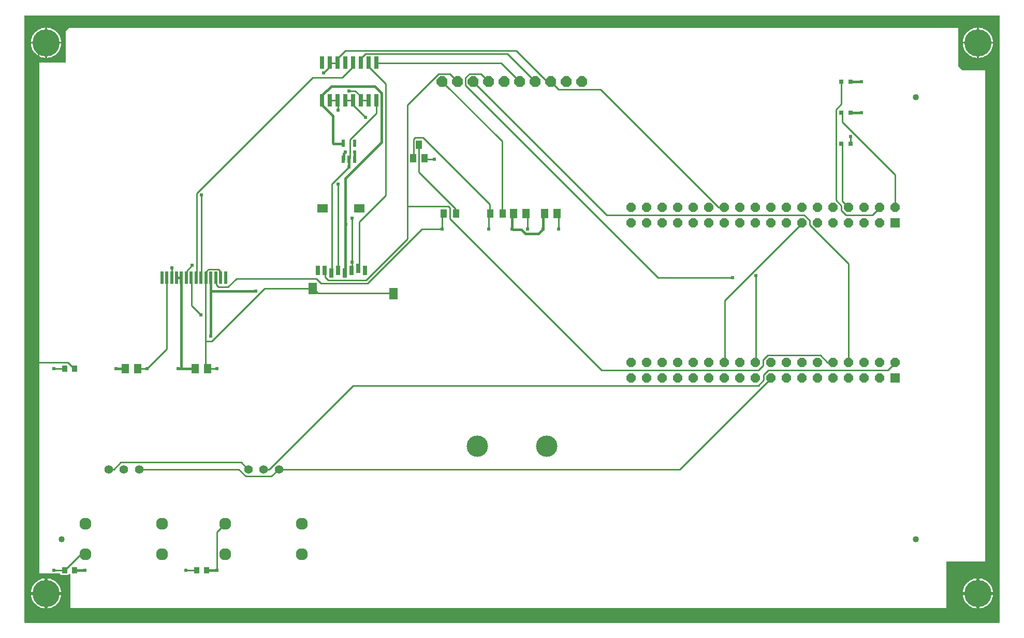
<source format=gbr>
G04 EAGLE Gerber RS-274X export*
G75*
%MOMM*%
%FSLAX34Y34*%
%LPD*%
%INTop Copper*%
%IPPOS*%
%AMOC8*
5,1,8,0,0,1.08239X$1,22.5*%
G01*
%ADD10R,1.524000X1.524000*%
%ADD11P,1.649562X8X202.500000*%
%ADD12R,0.800000X0.800000*%
%ADD13C,1.400000*%
%ADD14C,1.960000*%
%ADD15R,0.949959X1.031241*%
%ADD16C,3.500000*%
%ADD17R,0.500000X2.000000*%
%ADD18R,0.660400X2.032000*%
%ADD19R,1.400000X1.900000*%
%ADD20R,1.800000X1.400000*%
%ADD21R,0.700000X1.500000*%
%ADD22R,0.550000X1.200000*%
%ADD23R,1.100000X1.400000*%
%ADD24R,1.000000X1.400000*%
%ADD25R,1.300000X1.600000*%
%ADD26P,1.924489X8X112.500000*%
%ADD27C,1.016000*%
%ADD28C,4.445000*%
%ADD29C,0.254000*%
%ADD30C,0.609600*%
%ADD31C,0.406400*%

G36*
X1597456Y996718D02*
X1597456Y996718D01*
X1597458Y996737D01*
X1597436Y996839D01*
X1597420Y996941D01*
X1597410Y996958D01*
X1597406Y996978D01*
X1597353Y997067D01*
X1597304Y997158D01*
X1597290Y997172D01*
X1597280Y997189D01*
X1597201Y997256D01*
X1597126Y997328D01*
X1597108Y997336D01*
X1597093Y997349D01*
X1596997Y997388D01*
X1596903Y997431D01*
X1596883Y997433D01*
X1596865Y997441D01*
X1596698Y997459D01*
X3302Y997459D01*
X3282Y997456D01*
X3263Y997458D01*
X3161Y997436D01*
X3059Y997420D01*
X3042Y997410D01*
X3022Y997406D01*
X2933Y997353D01*
X2842Y997304D01*
X2828Y997290D01*
X2811Y997280D01*
X2744Y997201D01*
X2672Y997126D01*
X2664Y997108D01*
X2651Y997093D01*
X2612Y996997D01*
X2569Y996903D01*
X2567Y996883D01*
X2559Y996865D01*
X2541Y996698D01*
X2541Y3810D01*
X2556Y3692D01*
X2563Y3573D01*
X2576Y3535D01*
X2581Y3494D01*
X2624Y3384D01*
X2661Y3271D01*
X2683Y3236D01*
X2698Y3199D01*
X2767Y3103D01*
X2831Y3002D01*
X2861Y2974D01*
X2884Y2941D01*
X2976Y2865D01*
X3063Y2784D01*
X3098Y2764D01*
X3129Y2739D01*
X3237Y2688D01*
X3341Y2630D01*
X3381Y2620D01*
X3417Y2603D01*
X3534Y2581D01*
X3649Y2551D01*
X3709Y2547D01*
X3729Y2543D01*
X3750Y2545D01*
X3810Y2541D01*
X1596190Y2541D01*
X1596308Y2556D01*
X1596427Y2563D01*
X1596465Y2576D01*
X1596506Y2581D01*
X1596616Y2624D01*
X1596729Y2661D01*
X1596764Y2683D01*
X1596801Y2698D01*
X1596897Y2767D01*
X1596998Y2831D01*
X1597026Y2861D01*
X1597059Y2884D01*
X1597135Y2976D01*
X1597216Y3063D01*
X1597236Y3098D01*
X1597261Y3129D01*
X1597312Y3237D01*
X1597370Y3341D01*
X1597380Y3381D01*
X1597397Y3417D01*
X1597419Y3534D01*
X1597449Y3649D01*
X1597453Y3709D01*
X1597457Y3729D01*
X1597455Y3750D01*
X1597459Y3810D01*
X1597459Y996698D01*
X1597456Y996718D01*
G37*
%LPC*%
G36*
X77469Y26669D02*
X77469Y26669D01*
X77469Y81607D01*
X77454Y81725D01*
X77447Y81844D01*
X77441Y81863D01*
X77439Y81883D01*
X77432Y81902D01*
X77429Y81922D01*
X77386Y82033D01*
X77349Y82146D01*
X77338Y82164D01*
X77331Y82183D01*
X77320Y82199D01*
X77312Y82218D01*
X77243Y82314D01*
X77179Y82415D01*
X77164Y82429D01*
X77153Y82446D01*
X77138Y82459D01*
X77126Y82475D01*
X77034Y82551D01*
X76947Y82633D01*
X76929Y82643D01*
X76914Y82656D01*
X76896Y82665D01*
X76881Y82678D01*
X76773Y82729D01*
X76669Y82786D01*
X76649Y82792D01*
X76631Y82801D01*
X76611Y82805D01*
X76593Y82814D01*
X76476Y82836D01*
X76361Y82866D01*
X76333Y82868D01*
X76321Y82870D01*
X76300Y82870D01*
X76281Y82874D01*
X76260Y82872D01*
X76200Y82876D01*
X76102Y82864D01*
X76003Y82861D01*
X75983Y82855D01*
X75963Y82854D01*
X75925Y82841D01*
X75884Y82836D01*
X75792Y82800D01*
X75697Y82772D01*
X75680Y82762D01*
X75661Y82756D01*
X75626Y82734D01*
X75589Y82719D01*
X75509Y82661D01*
X75423Y82611D01*
X75402Y82592D01*
X75392Y82586D01*
X75378Y82571D01*
X75348Y82544D01*
X75331Y82532D01*
X75324Y82523D01*
X75302Y82504D01*
X74001Y81203D01*
X62397Y81203D01*
X60891Y82709D01*
X60886Y82787D01*
X60874Y82825D01*
X60869Y82866D01*
X60825Y82976D01*
X60788Y83089D01*
X60766Y83124D01*
X60752Y83161D01*
X60682Y83257D01*
X60618Y83358D01*
X60589Y83386D01*
X60565Y83419D01*
X60473Y83495D01*
X60386Y83576D01*
X60351Y83596D01*
X60320Y83621D01*
X60212Y83672D01*
X60108Y83730D01*
X60069Y83740D01*
X60032Y83757D01*
X59915Y83779D01*
X59800Y83809D01*
X59740Y83813D01*
X59720Y83817D01*
X59699Y83815D01*
X59639Y83819D01*
X53390Y83819D01*
X53381Y83818D01*
X53372Y83819D01*
X53223Y83798D01*
X53075Y83779D01*
X53066Y83776D01*
X53057Y83775D01*
X52905Y83723D01*
X51912Y83311D01*
X49688Y83311D01*
X48695Y83723D01*
X48686Y83725D01*
X48678Y83730D01*
X48534Y83767D01*
X48389Y83807D01*
X48379Y83807D01*
X48370Y83809D01*
X48210Y83819D01*
X26669Y83819D01*
X26669Y495300D01*
X26654Y495418D01*
X26647Y495537D01*
X26634Y495575D01*
X26629Y495616D01*
X26586Y495726D01*
X26549Y495839D01*
X26527Y495874D01*
X26512Y495911D01*
X26443Y496007D01*
X26379Y496108D01*
X26349Y496136D01*
X26326Y496169D01*
X26234Y496245D01*
X26161Y496313D01*
X26161Y919989D01*
X69850Y919989D01*
X69870Y919992D01*
X69889Y919990D01*
X69991Y920012D01*
X70093Y920029D01*
X70110Y920038D01*
X70130Y920042D01*
X70219Y920095D01*
X70310Y920144D01*
X70324Y920158D01*
X70341Y920168D01*
X70408Y920247D01*
X70480Y920322D01*
X70488Y920340D01*
X70501Y920355D01*
X70540Y920451D01*
X70583Y920545D01*
X70585Y920565D01*
X70593Y920583D01*
X70611Y920750D01*
X70611Y971235D01*
X76515Y977139D01*
X1529589Y977139D01*
X1529589Y914400D01*
X1529604Y914310D01*
X1529611Y914219D01*
X1529623Y914189D01*
X1529629Y914157D01*
X1529671Y914077D01*
X1529707Y913993D01*
X1529733Y913961D01*
X1529744Y913940D01*
X1529767Y913918D01*
X1529812Y913862D01*
X1536162Y907512D01*
X1536236Y907459D01*
X1536305Y907399D01*
X1536335Y907387D01*
X1536361Y907368D01*
X1536448Y907341D01*
X1536533Y907307D01*
X1536574Y907303D01*
X1536597Y907296D01*
X1536629Y907297D01*
X1536700Y907289D01*
X1574039Y907289D01*
X1574039Y496308D01*
X1573992Y496279D01*
X1573964Y496249D01*
X1573931Y496226D01*
X1573856Y496134D01*
X1573774Y496047D01*
X1573754Y496012D01*
X1573729Y495981D01*
X1573678Y495873D01*
X1573620Y495769D01*
X1573610Y495729D01*
X1573593Y495693D01*
X1573571Y495576D01*
X1573541Y495461D01*
X1573537Y495401D01*
X1573533Y495381D01*
X1573535Y495360D01*
X1573531Y495300D01*
X1573531Y102869D01*
X1511300Y102869D01*
X1511182Y102854D01*
X1511063Y102847D01*
X1511025Y102834D01*
X1510984Y102829D01*
X1510874Y102786D01*
X1510761Y102749D01*
X1510726Y102727D01*
X1510689Y102712D01*
X1510593Y102643D01*
X1510492Y102579D01*
X1510464Y102549D01*
X1510431Y102526D01*
X1510356Y102434D01*
X1510274Y102347D01*
X1510254Y102312D01*
X1510229Y102281D01*
X1510178Y102173D01*
X1510120Y102069D01*
X1510110Y102029D01*
X1510093Y101993D01*
X1510071Y101876D01*
X1510041Y101761D01*
X1510037Y101701D01*
X1510033Y101681D01*
X1510035Y101660D01*
X1510031Y101600D01*
X1510031Y26669D01*
X77469Y26669D01*
G37*
%LPD*%
%LPC*%
G36*
X1563623Y954023D02*
X1563623Y954023D01*
X1563623Y977251D01*
X1566255Y976954D01*
X1568559Y976429D01*
X1568559Y976428D01*
X1568967Y976335D01*
X1571592Y975417D01*
X1574099Y974210D01*
X1576454Y972730D01*
X1578629Y970996D01*
X1580596Y969029D01*
X1582330Y966854D01*
X1583810Y964499D01*
X1585017Y961992D01*
X1585935Y959367D01*
X1586554Y956655D01*
X1586851Y954023D01*
X1563623Y954023D01*
G37*
%LPD*%
%LPC*%
G36*
X39623Y954023D02*
X39623Y954023D01*
X39623Y977251D01*
X42255Y976954D01*
X44559Y976429D01*
X44559Y976428D01*
X44967Y976335D01*
X47592Y975417D01*
X50099Y974210D01*
X52454Y972730D01*
X54629Y970996D01*
X56596Y969029D01*
X58330Y966854D01*
X59810Y964499D01*
X61017Y961992D01*
X61935Y959367D01*
X62554Y956655D01*
X62851Y954023D01*
X39623Y954023D01*
G37*
%LPD*%
%LPC*%
G36*
X1537349Y954023D02*
X1537349Y954023D01*
X1537646Y956655D01*
X1538265Y959367D01*
X1539183Y961992D01*
X1540390Y964499D01*
X1541870Y966854D01*
X1543604Y969029D01*
X1545571Y970996D01*
X1547746Y972730D01*
X1550101Y974210D01*
X1552608Y975417D01*
X1555233Y976335D01*
X1557945Y976954D01*
X1560577Y977251D01*
X1560577Y954023D01*
X1537349Y954023D01*
G37*
%LPD*%
%LPC*%
G36*
X13349Y954023D02*
X13349Y954023D01*
X13646Y956655D01*
X14265Y959367D01*
X15183Y961992D01*
X16390Y964499D01*
X17870Y966854D01*
X19604Y969029D01*
X21571Y970996D01*
X23746Y972730D01*
X26101Y974210D01*
X28608Y975417D01*
X31233Y976335D01*
X33945Y976954D01*
X36577Y977251D01*
X36577Y954023D01*
X13349Y954023D01*
G37*
%LPD*%
%LPC*%
G36*
X39623Y950977D02*
X39623Y950977D01*
X62851Y950977D01*
X62554Y948345D01*
X61935Y945633D01*
X61017Y943008D01*
X59810Y940501D01*
X58330Y938146D01*
X56596Y935971D01*
X54629Y934004D01*
X52454Y932270D01*
X50099Y930790D01*
X47592Y929583D01*
X44967Y928665D01*
X42255Y928046D01*
X39623Y927749D01*
X39623Y950977D01*
G37*
%LPD*%
%LPC*%
G36*
X1563623Y950977D02*
X1563623Y950977D01*
X1586851Y950977D01*
X1586554Y948345D01*
X1585935Y945633D01*
X1585017Y943008D01*
X1583810Y940501D01*
X1582330Y938146D01*
X1580596Y935971D01*
X1578629Y934004D01*
X1576454Y932270D01*
X1574099Y930790D01*
X1571592Y929583D01*
X1568967Y928665D01*
X1566255Y928046D01*
X1563623Y927749D01*
X1563623Y950977D01*
G37*
%LPD*%
%LPC*%
G36*
X33945Y928046D02*
X33945Y928046D01*
X32249Y928433D01*
X31233Y928665D01*
X28608Y929583D01*
X26101Y930790D01*
X23746Y932270D01*
X21571Y934004D01*
X19604Y935971D01*
X17870Y938146D01*
X16390Y940501D01*
X15183Y943008D01*
X14265Y945633D01*
X13646Y948345D01*
X13349Y950977D01*
X36577Y950977D01*
X36577Y927749D01*
X33945Y928046D01*
G37*
%LPD*%
%LPC*%
G36*
X1557945Y928046D02*
X1557945Y928046D01*
X1556249Y928433D01*
X1555233Y928665D01*
X1552608Y929583D01*
X1550101Y930790D01*
X1547746Y932270D01*
X1545571Y934004D01*
X1543604Y935971D01*
X1541870Y938146D01*
X1540390Y940501D01*
X1539183Y943008D01*
X1538265Y945633D01*
X1537646Y948345D01*
X1537349Y950977D01*
X1560577Y950977D01*
X1560577Y927749D01*
X1557945Y928046D01*
G37*
%LPD*%
%LPC*%
G36*
X1564639Y53339D02*
X1564639Y53339D01*
X1564639Y75436D01*
X1566255Y75254D01*
X1568967Y74635D01*
X1571592Y73717D01*
X1574099Y72510D01*
X1576454Y71030D01*
X1578629Y69295D01*
X1580595Y67329D01*
X1582330Y65154D01*
X1583810Y62799D01*
X1585017Y60292D01*
X1585935Y57667D01*
X1586554Y54955D01*
X1586736Y53339D01*
X1564639Y53339D01*
G37*
%LPD*%
%LPC*%
G36*
X40639Y53339D02*
X40639Y53339D01*
X40639Y75436D01*
X42255Y75254D01*
X44967Y74635D01*
X47592Y73717D01*
X50099Y72510D01*
X52454Y71030D01*
X54629Y69295D01*
X56595Y67329D01*
X58330Y65154D01*
X59810Y62799D01*
X61017Y60292D01*
X61935Y57667D01*
X62554Y54955D01*
X62736Y53339D01*
X40639Y53339D01*
G37*
%LPD*%
%LPC*%
G36*
X1537464Y53339D02*
X1537464Y53339D01*
X1537646Y54955D01*
X1538265Y57667D01*
X1539183Y60292D01*
X1540390Y62799D01*
X1541870Y65154D01*
X1543605Y67329D01*
X1545571Y69295D01*
X1547746Y71030D01*
X1550101Y72510D01*
X1552608Y73717D01*
X1555233Y74635D01*
X1557945Y75254D01*
X1559561Y75436D01*
X1559561Y53339D01*
X1537464Y53339D01*
G37*
%LPD*%
%LPC*%
G36*
X13464Y53339D02*
X13464Y53339D01*
X13646Y54955D01*
X14265Y57667D01*
X15183Y60292D01*
X16390Y62799D01*
X17870Y65154D01*
X19605Y67329D01*
X21571Y69295D01*
X23746Y71030D01*
X26101Y72510D01*
X28608Y73717D01*
X31233Y74635D01*
X33945Y75254D01*
X35561Y75436D01*
X35561Y53339D01*
X13464Y53339D01*
G37*
%LPD*%
%LPC*%
G36*
X1564639Y48261D02*
X1564639Y48261D01*
X1586736Y48261D01*
X1586554Y46645D01*
X1585935Y43933D01*
X1585017Y41308D01*
X1583810Y38801D01*
X1582330Y36446D01*
X1580595Y34271D01*
X1578629Y32305D01*
X1576454Y30570D01*
X1574099Y29090D01*
X1571592Y27883D01*
X1568967Y26965D01*
X1566255Y26346D01*
X1564639Y26164D01*
X1564639Y48261D01*
G37*
%LPD*%
%LPC*%
G36*
X40639Y48261D02*
X40639Y48261D01*
X62736Y48261D01*
X62554Y46645D01*
X61935Y43933D01*
X61017Y41308D01*
X59810Y38801D01*
X58330Y36446D01*
X56595Y34271D01*
X54629Y32305D01*
X52454Y30570D01*
X50099Y29090D01*
X47592Y27883D01*
X44967Y26965D01*
X42255Y26346D01*
X40639Y26164D01*
X40639Y48261D01*
G37*
%LPD*%
%LPC*%
G36*
X33945Y26346D02*
X33945Y26346D01*
X31233Y26965D01*
X28608Y27883D01*
X26101Y29090D01*
X23746Y30570D01*
X21571Y32305D01*
X19605Y34271D01*
X17870Y36446D01*
X16390Y38801D01*
X15183Y41308D01*
X14265Y43933D01*
X13646Y46645D01*
X13464Y48261D01*
X35561Y48261D01*
X35561Y26164D01*
X33945Y26346D01*
G37*
%LPD*%
%LPC*%
G36*
X1557945Y26346D02*
X1557945Y26346D01*
X1555233Y26965D01*
X1552608Y27883D01*
X1550101Y29090D01*
X1547746Y30570D01*
X1545571Y32305D01*
X1543605Y34271D01*
X1541870Y36446D01*
X1540390Y38801D01*
X1539183Y41308D01*
X1538265Y43933D01*
X1537646Y46645D01*
X1537464Y48261D01*
X1559561Y48261D01*
X1559561Y26164D01*
X1557945Y26346D01*
G37*
%LPD*%
%LPC*%
G36*
X38099Y952499D02*
X38099Y952499D01*
X38099Y952501D01*
X38101Y952501D01*
X38101Y952499D01*
X38099Y952499D01*
G37*
%LPD*%
%LPC*%
G36*
X1562099Y952499D02*
X1562099Y952499D01*
X1562099Y952501D01*
X1562101Y952501D01*
X1562101Y952499D01*
X1562099Y952499D01*
G37*
%LPD*%
%LPC*%
G36*
X38099Y50799D02*
X38099Y50799D01*
X38099Y50801D01*
X38101Y50801D01*
X38101Y50799D01*
X38099Y50799D01*
G37*
%LPD*%
%LPC*%
G36*
X1562099Y50799D02*
X1562099Y50799D01*
X1562099Y50801D01*
X1562101Y50801D01*
X1562101Y50799D01*
X1562099Y50799D01*
G37*
%LPD*%
D10*
X1426800Y403600D03*
D11*
X1426800Y429000D03*
X1401400Y403600D03*
X1401400Y429000D03*
X1376000Y403600D03*
X1376000Y429000D03*
X1350600Y403600D03*
X1350600Y429000D03*
X1325200Y403600D03*
X1325200Y429000D03*
X1299800Y403600D03*
X1299800Y429000D03*
X1274400Y403600D03*
X1274400Y429000D03*
X1249000Y403600D03*
X1249000Y429000D03*
X1223600Y403600D03*
X1223600Y429000D03*
X1198200Y403600D03*
X1198200Y429000D03*
X1172800Y403600D03*
X1172800Y429000D03*
X1147400Y403600D03*
X1147400Y429000D03*
X1122000Y403600D03*
X1122000Y429000D03*
X1096600Y403600D03*
X1096600Y429000D03*
X1071200Y403600D03*
X1071200Y429000D03*
X1045800Y403600D03*
X1045800Y429000D03*
X1020400Y403600D03*
X1020400Y429000D03*
X995000Y403600D03*
X995000Y429000D03*
D10*
X1426800Y657600D03*
D11*
X1426800Y683000D03*
X1401400Y657600D03*
X1401400Y683000D03*
X1376000Y657600D03*
X1376000Y683000D03*
X1350600Y657600D03*
X1350600Y683000D03*
X1325200Y657600D03*
X1325200Y683000D03*
X1299800Y657600D03*
X1299800Y683000D03*
X1274400Y657600D03*
X1274400Y683000D03*
X1249000Y657600D03*
X1249000Y683000D03*
X1223600Y657600D03*
X1223600Y683000D03*
X1198200Y657600D03*
X1198200Y683000D03*
X1172800Y657600D03*
X1172800Y683000D03*
X1147400Y657600D03*
X1147400Y683000D03*
X1122000Y657600D03*
X1122000Y683000D03*
X1096600Y657600D03*
X1096600Y683000D03*
X1071200Y657600D03*
X1071200Y683000D03*
X1045800Y657600D03*
X1045800Y683000D03*
X1020400Y657600D03*
X1020400Y683000D03*
X995000Y657600D03*
X995000Y683000D03*
D12*
X1338700Y889000D03*
X1353700Y889000D03*
X1338700Y838200D03*
X1353700Y838200D03*
X1338700Y787400D03*
X1353700Y787400D03*
D13*
X368700Y254000D03*
X393700Y254000D03*
X418700Y254000D03*
X140100Y254000D03*
X165100Y254000D03*
X190100Y254000D03*
D14*
X456200Y164700D03*
X456200Y114700D03*
X331200Y114700D03*
X331200Y164700D03*
X227600Y164700D03*
X227600Y114700D03*
X102600Y114700D03*
X102600Y164700D03*
D15*
X284099Y88900D03*
X300101Y88900D03*
X68199Y88900D03*
X84201Y88900D03*
D16*
X857100Y292100D03*
X743100Y292100D03*
D17*
X235400Y567500D03*
X243400Y567500D03*
X251400Y567500D03*
X259400Y567500D03*
X267400Y567500D03*
X275400Y567500D03*
X283400Y567500D03*
X291400Y567500D03*
X299400Y567500D03*
X307400Y567500D03*
X315400Y567500D03*
X323400Y567500D03*
X331400Y567500D03*
X227400Y567500D03*
D18*
X488950Y858266D03*
X488950Y919734D03*
X501650Y858266D03*
X514350Y858266D03*
X501650Y919734D03*
X514350Y919734D03*
X527050Y858266D03*
X527050Y919734D03*
X539750Y858266D03*
X539750Y919734D03*
X552450Y858266D03*
X565150Y858266D03*
X552450Y919734D03*
X565150Y919734D03*
X577850Y858266D03*
X577850Y919734D03*
D19*
X473900Y550400D03*
X605900Y541400D03*
D20*
X489900Y681400D03*
X549900Y681400D03*
D21*
X482900Y579400D03*
X493900Y579400D03*
X504900Y575400D03*
X515900Y579400D03*
X526900Y575400D03*
X537900Y579400D03*
X548900Y583400D03*
X559900Y579400D03*
D22*
X523900Y761700D03*
X533400Y761700D03*
X542900Y761700D03*
X542900Y787700D03*
X523900Y787700D03*
D23*
X688500Y673100D03*
X708500Y673100D03*
D24*
X647700Y785700D03*
X657200Y763700D03*
X638200Y763700D03*
D23*
X764700Y673100D03*
X784700Y673100D03*
D25*
X167800Y419100D03*
X187800Y419100D03*
X282100Y419100D03*
X302100Y419100D03*
X802800Y673100D03*
X822800Y673100D03*
X853600Y673100D03*
X873600Y673100D03*
D26*
X685800Y889000D03*
X711200Y889000D03*
X736600Y889000D03*
X762000Y889000D03*
X787400Y889000D03*
X812800Y889000D03*
X838200Y889000D03*
X863600Y889000D03*
X889000Y889000D03*
X914400Y889000D03*
D27*
X1460500Y139700D03*
X1460500Y863600D03*
X63500Y139700D03*
D15*
X68199Y419100D03*
X84201Y419100D03*
D28*
X38100Y50800D03*
X1562100Y50800D03*
X1562100Y952500D03*
X38100Y952500D03*
D29*
X187800Y419100D02*
X203200Y419100D01*
D30*
X203200Y419100D03*
D29*
X302100Y419100D02*
X317500Y419100D01*
D30*
X317500Y419100D03*
D29*
X873600Y673100D02*
X876300Y670400D01*
X876300Y647700D01*
D30*
X876300Y647700D03*
D29*
X825500Y670400D02*
X822800Y673100D01*
X825500Y670400D02*
X825500Y647700D01*
D30*
X825500Y647700D03*
D29*
X658900Y762000D02*
X657200Y763700D01*
X658900Y762000D02*
X673100Y762000D01*
D30*
X673100Y762000D03*
D31*
X533400Y761700D02*
X533400Y749300D01*
D30*
X533400Y749300D03*
D31*
X1353700Y889000D02*
X1371600Y889000D01*
D30*
X1371600Y889000D03*
D31*
X1371600Y838200D02*
X1353700Y838200D01*
D30*
X1371600Y838200D03*
D29*
X68199Y419100D02*
X50800Y419100D01*
D30*
X50800Y419100D03*
D29*
X482600Y542290D02*
X605790Y542290D01*
X482600Y542290D02*
X474980Y549910D01*
X605790Y542290D02*
X605900Y541400D01*
X474980Y549910D02*
X473900Y550400D01*
X299720Y567690D02*
X299720Y577850D01*
X303530Y581660D01*
X320040Y581660D01*
X322580Y579120D01*
X322580Y567690D01*
X299720Y567690D02*
X299400Y567500D01*
X322580Y567690D02*
X323400Y567500D01*
X1353820Y787400D02*
X1353820Y798830D01*
X1353820Y787400D02*
X1353700Y787400D01*
X505460Y721360D02*
X505460Y576580D01*
X505460Y721360D02*
X533400Y749300D01*
X505460Y576580D02*
X504900Y575400D01*
X234950Y566420D02*
X234950Y450850D01*
X203200Y419100D01*
X234950Y566420D02*
X235400Y567500D01*
X577850Y836930D02*
X577850Y858266D01*
X577850Y836930D02*
X534670Y793750D01*
X534670Y763270D01*
X533400Y761700D01*
X298450Y463550D02*
X298450Y421640D01*
X298450Y463550D02*
X298450Y566420D01*
X298450Y421640D02*
X300990Y419100D01*
X298450Y566420D02*
X299400Y567500D01*
X300990Y419100D02*
X302100Y419100D01*
X394970Y549910D02*
X473710Y549910D01*
X394970Y549910D02*
X308610Y463550D01*
X298450Y463550D01*
X473710Y549910D02*
X473900Y550400D01*
D30*
X1353820Y798830D03*
D29*
X1148080Y530860D02*
X1148080Y429260D01*
X1148080Y530860D02*
X1273810Y656590D01*
X1148080Y429260D02*
X1147400Y429000D01*
X1273810Y656590D02*
X1274400Y657600D01*
X284099Y88900D02*
X266700Y88900D01*
D30*
X266700Y88900D03*
D31*
X101600Y88900D02*
X84201Y88900D01*
D30*
X101600Y88900D03*
D31*
X259080Y419100D02*
X282100Y419100D01*
D30*
X254000Y419100D03*
D31*
X259080Y419100D01*
X800100Y670400D02*
X802800Y673100D01*
X800100Y670400D02*
X800100Y647700D01*
D30*
X800100Y647700D03*
D31*
X850900Y670400D02*
X853600Y673100D01*
X850900Y670400D02*
X850900Y647700D01*
D30*
X850900Y647700D03*
D31*
X523900Y787700D02*
X523600Y787400D01*
X508000Y787400D01*
X259080Y567690D02*
X251460Y567690D01*
X251400Y567500D01*
X259080Y567690D02*
X259400Y567500D01*
X307340Y546100D02*
X307340Y472440D01*
X307340Y546100D02*
X307340Y566420D01*
X307400Y567500D01*
X259080Y566420D02*
X259080Y419100D01*
X259080Y566420D02*
X259400Y567500D01*
X801370Y646430D02*
X815340Y646430D01*
X821690Y640080D01*
X843280Y640080D01*
X850900Y647700D01*
X801370Y646430D02*
X800100Y647700D01*
X506730Y788670D02*
X506730Y833120D01*
X488950Y850900D01*
X488950Y858266D01*
X506730Y788670D02*
X508000Y787400D01*
X527050Y730250D02*
X527050Y655320D01*
X527050Y576580D01*
X527050Y730250D02*
X586740Y789940D01*
X586740Y869950D01*
X575310Y881380D01*
X504190Y881380D01*
X490220Y867410D01*
X490220Y859790D01*
X527050Y576580D02*
X526900Y575400D01*
X488950Y858266D02*
X490220Y859790D01*
X527050Y655320D02*
X528320Y655320D01*
X381000Y546100D02*
X307340Y546100D01*
D30*
X307340Y472440D03*
X528320Y655320D03*
X381000Y546100D03*
D29*
X549910Y584200D02*
X549910Y659130D01*
X593090Y702310D01*
X593090Y885190D01*
X565150Y913130D01*
X565150Y919734D01*
X549910Y584200D02*
X548900Y583400D01*
X685800Y670400D02*
X688500Y673100D01*
X685800Y670400D02*
X685800Y647700D01*
D30*
X685800Y647700D03*
D29*
X652780Y647700D01*
X563880Y558800D01*
X487680Y558800D01*
X480060Y566420D01*
X349250Y566420D01*
X335280Y552450D01*
X320040Y552450D01*
X316230Y556260D01*
X316230Y566420D01*
X315400Y567500D01*
X647700Y740410D02*
X647700Y785700D01*
X647700Y740410D02*
X707390Y680720D01*
X707390Y673100D01*
X708500Y673100D01*
X783590Y673100D02*
X783590Y791210D01*
X685800Y889000D01*
X783590Y673100D02*
X784700Y673100D01*
X552450Y919734D02*
X552450Y927100D01*
X560070Y934720D01*
X792480Y934720D01*
X838200Y889000D01*
X284480Y706120D02*
X284480Y567690D01*
X284480Y706120D02*
X473710Y895350D01*
X521970Y895350D01*
X539750Y913130D01*
X539750Y919734D01*
X284480Y567690D02*
X283400Y567500D01*
X1137920Y683260D02*
X1146810Y683260D01*
X1137920Y683260D02*
X944880Y876300D01*
X876300Y876300D01*
X863600Y889000D01*
X1146810Y683260D02*
X1147400Y683000D01*
X292100Y703580D02*
X292100Y567690D01*
X491490Y902970D02*
X501650Y913130D01*
X501650Y919480D01*
X292100Y567690D02*
X291400Y567500D01*
X501650Y919480D02*
X514350Y919480D01*
X514350Y919734D01*
X501650Y919734D02*
X501650Y919480D01*
X857250Y889000D02*
X863600Y889000D01*
X857250Y889000D02*
X806450Y939800D01*
X527050Y939800D01*
X514350Y927100D01*
X514350Y919734D01*
D30*
X292100Y703580D03*
X491490Y902970D03*
D31*
X167800Y419100D02*
X152400Y419100D01*
D30*
X152400Y419100D03*
D31*
X524510Y762000D02*
X524510Y770890D01*
X527050Y773430D01*
X542290Y773430D02*
X542290Y762000D01*
X524510Y762000D02*
X523900Y761700D01*
X542290Y762000D02*
X542900Y761700D01*
D30*
X527050Y773430D03*
X542290Y773430D03*
D29*
X762000Y670400D02*
X764700Y673100D01*
X762000Y670400D02*
X762000Y647700D01*
D30*
X762000Y647700D03*
D29*
X638810Y764540D02*
X638810Y795020D01*
X641350Y797560D01*
X654050Y797560D01*
X763270Y688340D01*
X763270Y673100D01*
X638200Y763700D02*
X638810Y764540D01*
X763270Y673100D02*
X764700Y673100D01*
X515620Y721360D02*
X515620Y580390D01*
X515620Y842010D02*
X515620Y855980D01*
X514350Y857250D01*
X515620Y580390D02*
X515900Y579400D01*
X514350Y857250D02*
X514350Y858266D01*
X267970Y579120D02*
X267970Y567690D01*
X267970Y579120D02*
X276860Y588010D01*
X267970Y567690D02*
X267400Y567500D01*
X501650Y858520D02*
X514350Y858520D01*
X501650Y858520D02*
X501650Y858266D01*
X514350Y858266D02*
X514350Y858520D01*
X1350010Y590550D02*
X1350010Y429260D01*
X1350010Y590550D02*
X1286510Y654050D01*
X1286510Y661670D01*
X1277620Y670560D01*
X955040Y670560D01*
X736600Y889000D01*
X1350010Y429260D02*
X1350600Y429000D01*
D30*
X515620Y721360D03*
X515620Y842010D03*
X276860Y588010D03*
D29*
X494030Y579120D02*
X494030Y568960D01*
X499110Y563880D01*
X561340Y563880D01*
X628650Y631190D01*
X628650Y684530D02*
X628650Y850900D01*
X628650Y684530D02*
X628650Y631190D01*
X628650Y850900D02*
X679450Y901700D01*
X698500Y901700D01*
X711200Y889000D01*
X493900Y579400D02*
X494030Y579120D01*
X1315720Y429260D02*
X1324610Y429260D01*
X1315720Y429260D02*
X1304290Y440690D01*
X1217930Y440690D01*
X1210310Y433070D01*
X1210310Y424180D01*
X1202690Y416560D01*
X946150Y416560D01*
X698500Y664210D01*
X698500Y681990D01*
X695960Y684530D01*
X628650Y684530D01*
X1324610Y429260D02*
X1325200Y429000D01*
X243840Y567690D02*
X243840Y584200D01*
X533400Y873760D02*
X543560Y873760D01*
X552450Y864870D01*
X552450Y858520D01*
X243840Y567690D02*
X243400Y567500D01*
X552450Y858520D02*
X565150Y858520D01*
X565150Y858266D01*
X552450Y858266D02*
X552450Y858520D01*
D30*
X243840Y584200D03*
X533400Y873760D03*
D29*
X539750Y858520D02*
X527050Y858520D01*
X527050Y858266D01*
X539750Y858266D02*
X539750Y858520D01*
X538480Y665480D02*
X538480Y593090D01*
X538480Y580390D01*
X537900Y579400D01*
X275590Y566420D02*
X275590Y521970D01*
X290830Y506730D01*
X275590Y566420D02*
X275400Y567500D01*
X539750Y850900D02*
X539750Y858266D01*
X539750Y850900D02*
X560070Y830580D01*
X1038860Y567690D02*
X1160780Y567690D01*
X1038860Y567690D02*
X723900Y882650D01*
X723900Y895350D01*
X730250Y901700D01*
X749300Y901700D01*
X762000Y889000D01*
D30*
X538480Y665480D03*
X290830Y506730D03*
X538480Y593090D03*
X560070Y830580D03*
X1160780Y567690D03*
D29*
X782320Y919480D02*
X577850Y919480D01*
X782320Y919480D02*
X812800Y889000D01*
X577850Y919480D02*
X577850Y919734D01*
X1198880Y571500D02*
X1198880Y429260D01*
X1198200Y429000D01*
D30*
X1198880Y571500D03*
D29*
X68199Y88900D02*
X50800Y88900D01*
D30*
X50800Y88900D03*
D29*
X68580Y88900D02*
X93980Y114300D01*
X101600Y114300D01*
X68580Y88900D02*
X68199Y88900D01*
X101600Y114300D02*
X102600Y114700D01*
D31*
X300101Y88900D02*
X317500Y88900D01*
D30*
X317500Y88900D03*
D29*
X317500Y151130D01*
X330200Y163830D01*
X331200Y164700D01*
X148590Y254000D02*
X140100Y254000D01*
X148590Y254000D02*
X160020Y265430D01*
X356870Y265430D01*
X368300Y254000D01*
X368700Y254000D01*
X393700Y254000D02*
X402590Y254000D01*
X539750Y391160D01*
X1202690Y391160D01*
X1211580Y400050D01*
X1211580Y408940D01*
X1219200Y416560D01*
X1414780Y416560D01*
X1426210Y427990D01*
X1426800Y429000D01*
X353060Y254000D02*
X190100Y254000D01*
X353060Y254000D02*
X364490Y242570D01*
X406400Y242570D01*
X417830Y254000D01*
X418700Y254000D01*
X1074420Y254000D02*
X1223010Y402590D01*
X1074420Y254000D02*
X418700Y254000D01*
X1223010Y402590D02*
X1223600Y403600D01*
X1338580Y852170D02*
X1338580Y889000D01*
X1338580Y852170D02*
X1329690Y843280D01*
X1329690Y694690D01*
X1338580Y685800D01*
X1338580Y678180D01*
X1346200Y670560D01*
X1389380Y670560D01*
X1400810Y681990D01*
X1338700Y889000D02*
X1338580Y889000D01*
X1401400Y683000D02*
X1400810Y681990D01*
X1339850Y822960D02*
X1339850Y838200D01*
X1339850Y822960D02*
X1426210Y736600D01*
X1426210Y683260D01*
X1339850Y838200D02*
X1338700Y838200D01*
X1426210Y683260D02*
X1426800Y683000D01*
X1339850Y693420D02*
X1339850Y787400D01*
X1339850Y693420D02*
X1350010Y683260D01*
X1339850Y787400D02*
X1338700Y787400D01*
X1350010Y683260D02*
X1350600Y683000D01*
X83820Y419100D02*
X73660Y429260D01*
X25400Y429260D01*
X83820Y419100D02*
X84201Y419100D01*
X25400Y495300D02*
X25400Y939800D01*
X38100Y952500D01*
M02*

</source>
